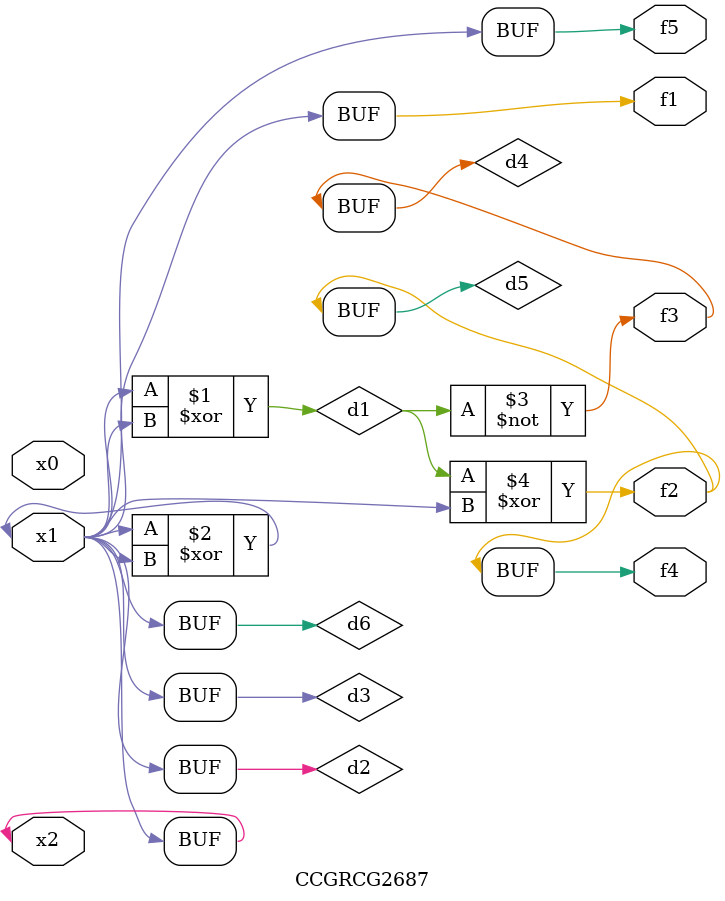
<source format=v>
module CCGRCG2687(
	input x0, x1, x2,
	output f1, f2, f3, f4, f5
);

	wire d1, d2, d3, d4, d5, d6;

	xor (d1, x1, x2);
	buf (d2, x1, x2);
	xor (d3, x1, x2);
	nor (d4, d1);
	xor (d5, d1, d2);
	buf (d6, d2, d3);
	assign f1 = d6;
	assign f2 = d5;
	assign f3 = d4;
	assign f4 = d5;
	assign f5 = d6;
endmodule

</source>
